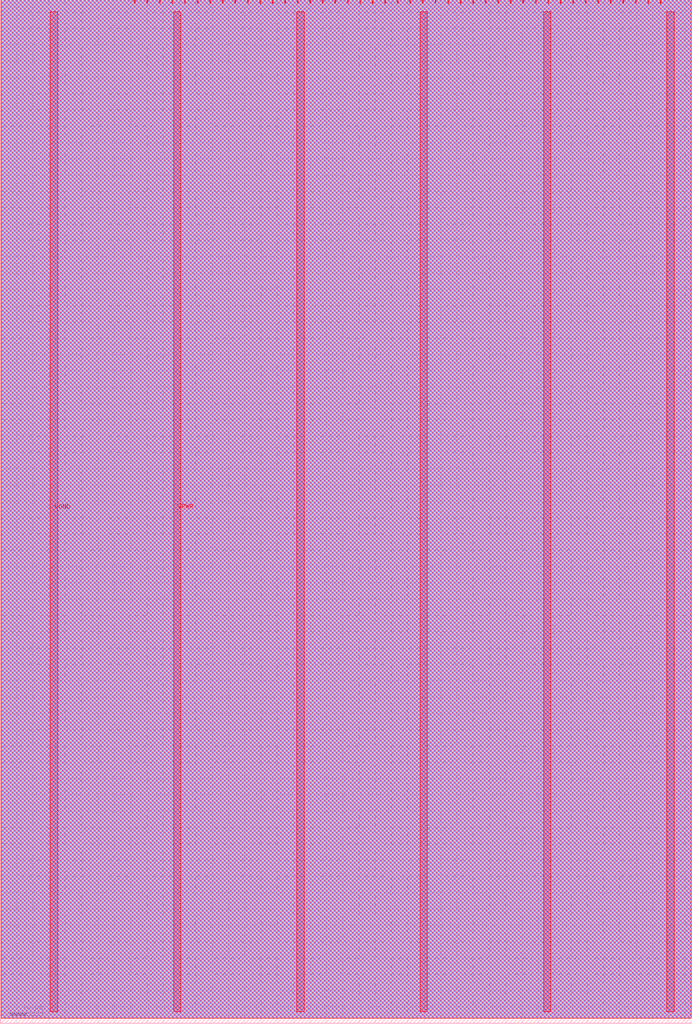
<source format=lef>
VERSION 5.8 ;
BUSBITCHARS "[]" ;
DIVIDERCHAR "/" ;
UNITS
    DATABASE MICRONS 1000 ;
END UNITS

VIA tt_um_rejunity_vga_test01_via1_2_2200_440_1_5_410_410
  VIARULE via1Array ;
  CUTSIZE 0.19 0.19 ;
  LAYERS Metal1 Via1 Metal2 ;
  CUTSPACING 0.22 0.22 ;
  ENCLOSURE 0.01 0.125 0.05 0.005 ;
  ROWCOL 1 5 ;
END tt_um_rejunity_vga_test01_via1_2_2200_440_1_5_410_410

VIA tt_um_rejunity_vga_test01_via2_3_2200_440_1_5_410_410
  VIARULE via2Array ;
  CUTSIZE 0.19 0.19 ;
  LAYERS Metal2 Via2 Metal3 ;
  CUTSPACING 0.22 0.22 ;
  ENCLOSURE 0.05 0.005 0.005 0.05 ;
  ROWCOL 1 5 ;
END tt_um_rejunity_vga_test01_via2_3_2200_440_1_5_410_410

VIA tt_um_rejunity_vga_test01_via3_4_2200_440_1_5_410_410
  VIARULE via3Array ;
  CUTSIZE 0.19 0.19 ;
  LAYERS Metal3 Via3 Metal4 ;
  CUTSPACING 0.22 0.22 ;
  ENCLOSURE 0.005 0.05 0.05 0.005 ;
  ROWCOL 1 5 ;
END tt_um_rejunity_vga_test01_via3_4_2200_440_1_5_410_410

VIA tt_um_rejunity_vga_test01_via4_5_2200_440_1_5_410_410
  VIARULE via4Array ;
  CUTSIZE 0.19 0.19 ;
  LAYERS Metal4 Via4 Metal5 ;
  CUTSPACING 0.22 0.22 ;
  ENCLOSURE 0.05 0.005 0.185 0.05 ;
  ROWCOL 1 5 ;
END tt_um_rejunity_vga_test01_via4_5_2200_440_1_5_410_410

MACRO tt_um_rejunity_vga_test01
  FOREIGN tt_um_rejunity_vga_test01 0 0 ;
  CLASS BLOCK ;
  SIZE 212.16 BY 313.74 ;
  PIN clk
    DIRECTION INPUT ;
    USE SIGNAL ;
    PORT
      LAYER Metal5 ;
        RECT  198.57 312.74 198.87 313.74 ;
    END
  END clk
  PIN ena
    DIRECTION INPUT ;
    USE SIGNAL ;
    PORT
      LAYER Metal5 ;
        RECT  202.41 312.74 202.71 313.74 ;
    END
  END ena
  PIN rst_n
    DIRECTION INPUT ;
    USE SIGNAL ;
    PORT
      LAYER Metal5 ;
        RECT  194.73 312.74 195.03 313.74 ;
    END
  END rst_n
  PIN ui_in[0]
    DIRECTION INPUT ;
    USE SIGNAL ;
    PORT
      LAYER Metal5 ;
        RECT  190.89 312.74 191.19 313.74 ;
    END
  END ui_in[0]
  PIN ui_in[1]
    DIRECTION INPUT ;
    USE SIGNAL ;
    PORT
      LAYER Metal5 ;
        RECT  187.05 312.74 187.35 313.74 ;
    END
  END ui_in[1]
  PIN ui_in[2]
    DIRECTION INPUT ;
    USE SIGNAL ;
    PORT
      LAYER Metal5 ;
        RECT  183.21 312.74 183.51 313.74 ;
    END
  END ui_in[2]
  PIN ui_in[3]
    DIRECTION INPUT ;
    USE SIGNAL ;
    PORT
      LAYER Metal5 ;
        RECT  179.37 312.74 179.67 313.74 ;
    END
  END ui_in[3]
  PIN ui_in[4]
    DIRECTION INPUT ;
    USE SIGNAL ;
    PORT
      LAYER Metal5 ;
        RECT  175.53 312.74 175.83 313.74 ;
    END
  END ui_in[4]
  PIN ui_in[5]
    DIRECTION INPUT ;
    USE SIGNAL ;
    PORT
      LAYER Metal5 ;
        RECT  171.69 312.74 171.99 313.74 ;
    END
  END ui_in[5]
  PIN ui_in[6]
    DIRECTION INPUT ;
    USE SIGNAL ;
    PORT
      LAYER Metal5 ;
        RECT  167.85 312.74 168.15 313.74 ;
    END
  END ui_in[6]
  PIN ui_in[7]
    DIRECTION INPUT ;
    USE SIGNAL ;
    PORT
      LAYER Metal5 ;
        RECT  164.01 312.74 164.31 313.74 ;
    END
  END ui_in[7]
  PIN uio_in[0]
    DIRECTION INPUT ;
    USE SIGNAL ;
    PORT
      LAYER Metal5 ;
        RECT  160.17 312.74 160.47 313.74 ;
    END
  END uio_in[0]
  PIN uio_in[1]
    DIRECTION INPUT ;
    USE SIGNAL ;
    PORT
      LAYER Metal5 ;
        RECT  156.33 312.74 156.63 313.74 ;
    END
  END uio_in[1]
  PIN uio_in[2]
    DIRECTION INPUT ;
    USE SIGNAL ;
    PORT
      LAYER Metal5 ;
        RECT  152.49 312.74 152.79 313.74 ;
    END
  END uio_in[2]
  PIN uio_in[3]
    DIRECTION INPUT ;
    USE SIGNAL ;
    PORT
      LAYER Metal5 ;
        RECT  148.65 312.74 148.95 313.74 ;
    END
  END uio_in[3]
  PIN uio_in[4]
    DIRECTION INPUT ;
    USE SIGNAL ;
    PORT
      LAYER Metal5 ;
        RECT  144.81 312.74 145.11 313.74 ;
    END
  END uio_in[4]
  PIN uio_in[5]
    DIRECTION INPUT ;
    USE SIGNAL ;
    PORT
      LAYER Metal5 ;
        RECT  140.97 312.74 141.27 313.74 ;
    END
  END uio_in[5]
  PIN uio_in[6]
    DIRECTION INPUT ;
    USE SIGNAL ;
    PORT
      LAYER Metal5 ;
        RECT  137.13 312.74 137.43 313.74 ;
    END
  END uio_in[6]
  PIN uio_in[7]
    DIRECTION INPUT ;
    USE SIGNAL ;
    PORT
      LAYER Metal5 ;
        RECT  133.29 312.74 133.59 313.74 ;
    END
  END uio_in[7]
  PIN uio_oe[0]
    DIRECTION OUTPUT ;
    USE SIGNAL ;
    PORT
      LAYER Metal5 ;
        RECT  68.01 312.74 68.31 313.74 ;
    END
  END uio_oe[0]
  PIN uio_oe[1]
    DIRECTION OUTPUT ;
    USE SIGNAL ;
    PORT
      LAYER Metal5 ;
        RECT  64.17 312.74 64.47 313.74 ;
    END
  END uio_oe[1]
  PIN uio_oe[2]
    DIRECTION OUTPUT ;
    USE SIGNAL ;
    PORT
      LAYER Metal5 ;
        RECT  60.33 312.74 60.63 313.74 ;
    END
  END uio_oe[2]
  PIN uio_oe[3]
    DIRECTION OUTPUT ;
    USE SIGNAL ;
    PORT
      LAYER Metal5 ;
        RECT  56.49 312.74 56.79 313.74 ;
    END
  END uio_oe[3]
  PIN uio_oe[4]
    DIRECTION OUTPUT ;
    USE SIGNAL ;
    PORT
      LAYER Metal5 ;
        RECT  52.65 312.74 52.95 313.74 ;
    END
  END uio_oe[4]
  PIN uio_oe[5]
    DIRECTION OUTPUT ;
    USE SIGNAL ;
    PORT
      LAYER Metal5 ;
        RECT  48.81 312.74 49.11 313.74 ;
    END
  END uio_oe[5]
  PIN uio_oe[6]
    DIRECTION OUTPUT ;
    USE SIGNAL ;
    PORT
      LAYER Metal5 ;
        RECT  44.97 312.74 45.27 313.74 ;
    END
  END uio_oe[6]
  PIN uio_oe[7]
    DIRECTION OUTPUT ;
    USE SIGNAL ;
    PORT
      LAYER Metal5 ;
        RECT  41.13 312.74 41.43 313.74 ;
    END
  END uio_oe[7]
  PIN uio_out[0]
    DIRECTION OUTPUT ;
    USE SIGNAL ;
    PORT
      LAYER Metal5 ;
        RECT  98.73 312.74 99.03 313.74 ;
    END
  END uio_out[0]
  PIN uio_out[1]
    DIRECTION OUTPUT ;
    USE SIGNAL ;
    PORT
      LAYER Metal5 ;
        RECT  94.89 312.74 95.19 313.74 ;
    END
  END uio_out[1]
  PIN uio_out[2]
    DIRECTION OUTPUT ;
    USE SIGNAL ;
    PORT
      LAYER Metal5 ;
        RECT  91.05 312.74 91.35 313.74 ;
    END
  END uio_out[2]
  PIN uio_out[3]
    DIRECTION OUTPUT ;
    USE SIGNAL ;
    PORT
      LAYER Metal5 ;
        RECT  87.21 312.74 87.51 313.74 ;
    END
  END uio_out[3]
  PIN uio_out[4]
    DIRECTION OUTPUT ;
    USE SIGNAL ;
    PORT
      LAYER Metal5 ;
        RECT  83.37 312.74 83.67 313.74 ;
    END
  END uio_out[4]
  PIN uio_out[5]
    DIRECTION OUTPUT ;
    USE SIGNAL ;
    PORT
      LAYER Metal5 ;
        RECT  79.53 312.74 79.83 313.74 ;
    END
  END uio_out[5]
  PIN uio_out[6]
    DIRECTION OUTPUT ;
    USE SIGNAL ;
    PORT
      LAYER Metal5 ;
        RECT  75.69 312.74 75.99 313.74 ;
    END
  END uio_out[6]
  PIN uio_out[7]
    DIRECTION OUTPUT ;
    USE SIGNAL ;
    PORT
      LAYER Metal5 ;
        RECT  71.85 312.74 72.15 313.74 ;
    END
  END uio_out[7]
  PIN uo_out[0]
    DIRECTION OUTPUT ;
    USE SIGNAL ;
    PORT
      LAYER Metal5 ;
        RECT  129.45 312.74 129.75 313.74 ;
    END
  END uo_out[0]
  PIN uo_out[1]
    DIRECTION OUTPUT ;
    USE SIGNAL ;
    PORT
      LAYER Metal5 ;
        RECT  125.61 312.74 125.91 313.74 ;
    END
  END uo_out[1]
  PIN uo_out[2]
    DIRECTION OUTPUT ;
    USE SIGNAL ;
    PORT
      LAYER Metal5 ;
        RECT  121.77 312.74 122.07 313.74 ;
    END
  END uo_out[2]
  PIN uo_out[3]
    DIRECTION OUTPUT ;
    USE SIGNAL ;
    PORT
      LAYER Metal5 ;
        RECT  117.93 312.74 118.23 313.74 ;
    END
  END uo_out[3]
  PIN uo_out[4]
    DIRECTION OUTPUT ;
    USE SIGNAL ;
    PORT
      LAYER Metal5 ;
        RECT  114.09 312.74 114.39 313.74 ;
    END
  END uo_out[4]
  PIN uo_out[5]
    DIRECTION OUTPUT ;
    USE SIGNAL ;
    PORT
      LAYER Metal5 ;
        RECT  110.25 312.74 110.55 313.74 ;
    END
  END uo_out[5]
  PIN uo_out[6]
    DIRECTION OUTPUT ;
    USE SIGNAL ;
    PORT
      LAYER Metal5 ;
        RECT  106.41 312.74 106.71 313.74 ;
    END
  END uo_out[6]
  PIN uo_out[7]
    DIRECTION OUTPUT ;
    USE SIGNAL ;
    PORT
      LAYER Metal5 ;
        RECT  102.57 312.74 102.87 313.74 ;
    END
  END uo_out[7]
  PIN VGND
    DIRECTION INOUT ;
    USE GROUND ;
    PORT
      LAYER Metal5 ;
        RECT  166.58 3.56 168.78 310.18 ;
        RECT  90.98 3.56 93.18 310.18 ;
        RECT  15.38 3.56 17.58 310.18 ;
    END
  END VGND
  PIN VPWR
    DIRECTION INOUT ;
    USE POWER ;
    PORT
      LAYER Metal5 ;
        RECT  204.38 3.56 206.58 310.18 ;
        RECT  128.78 3.56 130.98 310.18 ;
        RECT  53.18 3.56 55.38 310.18 ;
    END
  END VPWR
  OBS
    LAYER Metal1 ;
     RECT  0.335 1.535 211.825 313.74 ;
    LAYER Metal2 ;
     RECT  0.335 1.535 211.825 313.74 ;
    LAYER Metal3 ;
     RECT  0.335 1.535 211.825 313.74 ;
    LAYER Metal4 ;
     RECT  0.335 1.535 211.825 313.74 ;
    LAYER Metal5 ;
     RECT  0.335 1.535 211.825 313.74 ;
  END
END tt_um_rejunity_vga_test01
END LIBRARY

</source>
